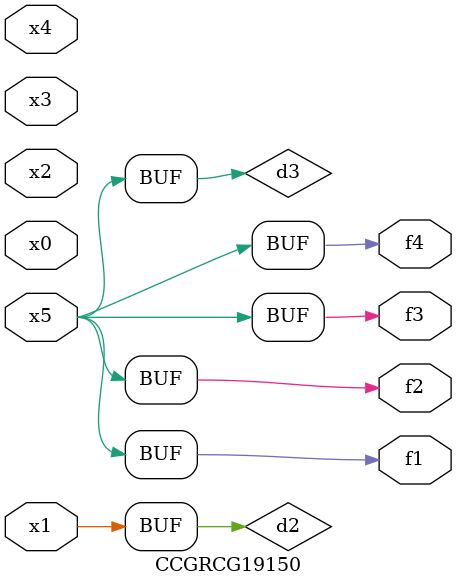
<source format=v>
module CCGRCG19150(
	input x0, x1, x2, x3, x4, x5,
	output f1, f2, f3, f4
);

	wire d1, d2, d3;

	not (d1, x5);
	or (d2, x1);
	xnor (d3, d1);
	assign f1 = d3;
	assign f2 = d3;
	assign f3 = d3;
	assign f4 = d3;
endmodule

</source>
